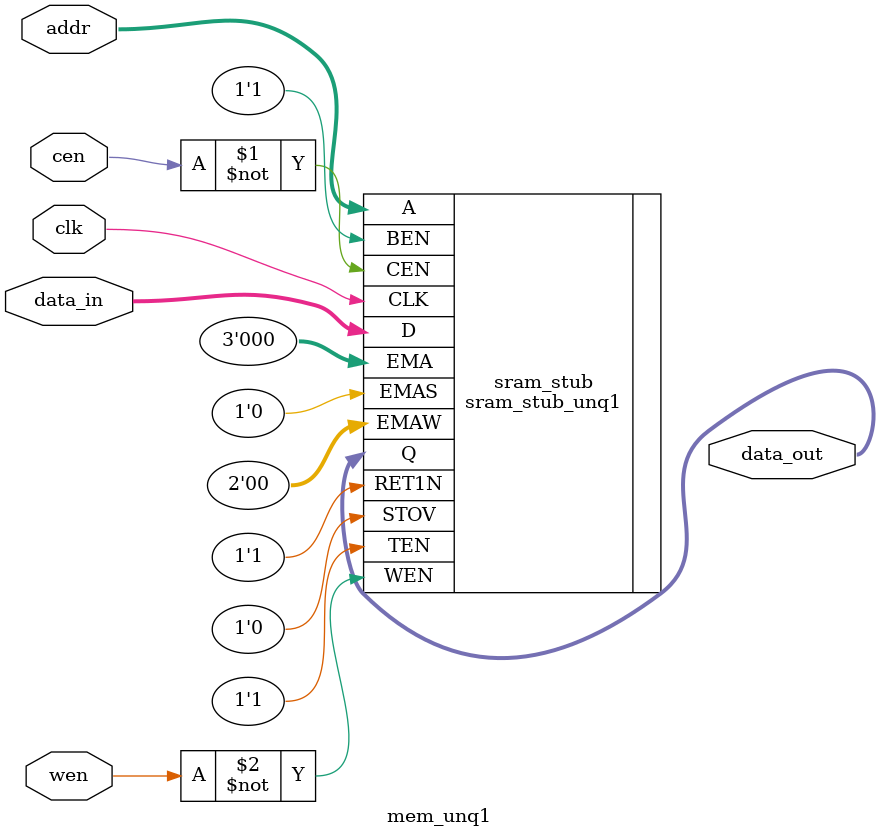
<source format=v>

`define xassert(condition, message) if(condition) begin $display(message); $finish(1); end

// dwidth (_GENESIS2_INHERITANCE_PRIORITY_) = 16
//
// ddepth (_GENESIS2_INHERITANCE_PRIORITY_) = 0x200
//
// wwidth (_GENESIS2_INHERITANCE_PRIORITY_) = 16
//
// use_sram_stub (_GENESIS2_INHERITANCE_PRIORITY_) = 1
//

module mem_unq1 (
  data_out, 
  data_in,
  clk,
  cen,
  wen,
  addr
);

output [15:0] data_out;
input [15:0] data_in;
input clk;
input cen;
input wen;
input [8:0] addr;

sram_stub_unq1  sram_stub
(
  .Q(data_out),
  .CLK(clk),
  .CEN(~cen),
  .WEN(~wen),
  .A(addr),
  .D(data_in),
  .EMA(3'd0), //'
  .EMAW(2'd0), //'
  .EMAS(1'b0), //'
  .TEN(1'b1), //'
  .BEN(1'b1), //'
  .RET1N(1'b1), //'
  .STOV(1'b0) //'
);


endmodule


</source>
